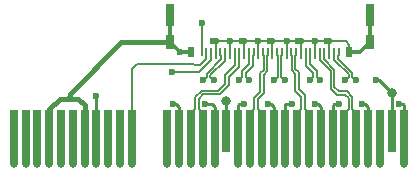
<source format=gbr>
%TF.GenerationSoftware,KiCad,Pcbnew,4.0.7*%
%TF.CreationDate,2018-05-24T10:46:57+03:00*%
%TF.ProjectId,x4,78342E6B696361645F70636200000000,rev?*%
%TF.FileFunction,Copper,L1,Top,Signal*%
%FSLAX46Y46*%
G04 Gerber Fmt 4.6, Leading zero omitted, Abs format (unit mm)*
G04 Created by KiCad (PCBNEW 4.0.7) date 05/24/18 10:46:57*
%MOMM*%
%LPD*%
G01*
G04 APERTURE LIST*
%ADD10C,0.100000*%
%ADD11C,0.800000*%
%ADD12C,0.650000*%
%ADD13R,0.650000X4.600000*%
%ADD14R,0.650000X3.600000*%
%ADD15C,0.600000*%
%ADD16R,0.550000X0.900000*%
%ADD17R,0.200000X0.800000*%
%ADD18R,0.550000X0.550000*%
%ADD19R,0.200000X1.000000*%
%ADD20R,0.710000X1.300000*%
%ADD21R,0.710000X1.850000*%
%ADD22C,0.250000*%
%ADD23C,0.152000*%
%ADD24C,0.200000*%
%ADD25C,0.300000*%
%ADD26C,0.400000*%
G04 APERTURE END LIST*
D10*
D11*
X153330000Y-121460000D03*
D12*
X154330000Y-126770000D03*
D13*
X135330000Y-124470000D03*
X136330000Y-124470000D03*
X137330000Y-124470000D03*
X138330000Y-124470000D03*
X139330000Y-124470000D03*
X140330000Y-124470000D03*
X141330000Y-124470000D03*
X142330000Y-124470000D03*
X143330000Y-124470000D03*
X144330000Y-124470000D03*
X145330000Y-124470000D03*
X150330000Y-124470000D03*
X151330000Y-124470000D03*
X152330000Y-124470000D03*
D14*
X153330000Y-123970000D03*
D13*
X154330000Y-124470000D03*
X148330000Y-124470000D03*
X149330000Y-124470000D03*
D12*
X137330000Y-126770000D03*
X138330000Y-126770000D03*
X139330000Y-126770000D03*
X140330000Y-126770000D03*
X141330000Y-126770000D03*
X142330000Y-126770000D03*
X143330000Y-126770000D03*
X144330000Y-126770000D03*
X145330000Y-126770000D03*
X135330000Y-126770000D03*
X148330000Y-126770000D03*
X149330000Y-126770000D03*
X150330000Y-126770000D03*
X151330000Y-126770000D03*
X152330000Y-126770000D03*
X136330000Y-126770000D03*
D13*
X155330000Y-124470000D03*
X156330000Y-124470000D03*
X157330000Y-124470000D03*
X158330000Y-124470000D03*
X159330000Y-124470000D03*
X160330000Y-124470000D03*
X161330000Y-124470000D03*
X162330000Y-124470000D03*
X163330000Y-124470000D03*
X164330000Y-124470000D03*
X165330000Y-124470000D03*
X166330000Y-124470000D03*
D14*
X167330000Y-123970000D03*
D13*
X168330000Y-124470000D03*
D12*
X155330000Y-126770000D03*
X156330000Y-126770000D03*
X157330000Y-126770000D03*
X158330000Y-126770000D03*
X159330000Y-126770000D03*
X160330000Y-126770000D03*
X161330000Y-126770000D03*
X162330000Y-126770000D03*
X163330000Y-126770000D03*
X164330000Y-126770000D03*
X165330000Y-126770000D03*
X166330000Y-126770000D03*
X168330000Y-126770000D03*
D15*
X152280000Y-119680000D03*
X151380000Y-119680000D03*
X155280000Y-119680000D03*
X154380000Y-119680000D03*
X158280000Y-119680000D03*
X157380000Y-119680000D03*
X161280000Y-119680000D03*
X160380000Y-119680000D03*
X164280000Y-119680000D03*
X163380000Y-119680000D03*
D11*
X167330000Y-120730000D03*
D16*
X150330000Y-117320000D03*
D17*
X151630000Y-117270000D03*
D18*
X152230000Y-116345000D03*
D19*
X152430000Y-117370000D03*
D17*
X152830000Y-117270000D03*
X153230000Y-117270000D03*
D19*
X153630000Y-117370000D03*
D17*
X154030000Y-117270000D03*
X154430000Y-117270000D03*
D19*
X154830000Y-117370000D03*
D17*
X155230000Y-117270000D03*
X155630000Y-117270000D03*
D19*
X156030000Y-117370000D03*
D17*
X156430000Y-117270000D03*
X156830000Y-117270000D03*
D19*
X157230000Y-117370000D03*
D17*
X157630000Y-117270000D03*
X158030000Y-117270000D03*
D19*
X158430000Y-117370000D03*
D17*
X158830000Y-117270000D03*
X159230000Y-117270000D03*
D19*
X159630000Y-117370000D03*
D17*
X160030000Y-117270000D03*
X160430000Y-117270000D03*
D19*
X160830000Y-117370000D03*
D17*
X161230000Y-117270000D03*
X161630000Y-117270000D03*
D19*
X162030000Y-117370000D03*
D17*
X162430000Y-117270000D03*
X162830000Y-117270000D03*
X151230000Y-117270000D03*
D16*
X163730000Y-117320000D03*
D17*
X152030000Y-117270000D03*
D18*
X154630000Y-116345000D03*
X157030000Y-116345000D03*
X159430000Y-116345000D03*
X161830000Y-116345000D03*
D20*
X148590000Y-116470000D03*
D21*
X148590000Y-114150000D03*
D20*
X165470000Y-116470000D03*
D21*
X165470000Y-114150000D03*
D15*
X165970000Y-119680000D03*
X148710000Y-118970000D03*
X151240000Y-114830000D03*
X142330000Y-121000000D03*
X149440000Y-117320000D03*
X152430000Y-116370000D03*
X162030000Y-116370000D03*
X160830000Y-116370000D03*
X159630000Y-116370000D03*
X158430000Y-116370000D03*
X157230000Y-116370000D03*
X156030000Y-116370000D03*
X154830000Y-116370000D03*
X153630000Y-116370000D03*
X140070000Y-121240000D03*
X167955000Y-121672506D03*
X148850000Y-121670000D03*
X151558000Y-121669998D03*
X154850000Y-121670000D03*
X156850000Y-121670000D03*
X158860000Y-121670000D03*
X160850000Y-121670000D03*
X162860000Y-121670000D03*
X164845226Y-121664774D03*
D22*
X165970000Y-119680000D02*
X166280000Y-119680000D01*
X166280000Y-119680000D02*
X167330000Y-120730000D01*
X153330000Y-123970000D02*
X153330000Y-121460000D01*
X167330000Y-123970000D02*
X167330000Y-121920000D01*
X167330000Y-121920000D02*
X167330000Y-120730000D01*
D23*
X153230000Y-117270000D02*
X153230000Y-117570000D01*
X153182000Y-118036720D02*
X151981999Y-119236721D01*
X153230000Y-117570000D02*
X153182000Y-117618000D01*
X153182000Y-117618000D02*
X153182000Y-118036720D01*
X151981999Y-119381999D02*
X152280000Y-119680000D01*
X151981999Y-119236721D02*
X151981999Y-119381999D01*
X152830000Y-117270000D02*
X152830000Y-117570000D01*
X152830000Y-117570000D02*
X152878000Y-117618000D01*
X152878000Y-117618000D02*
X152878000Y-117910800D01*
X152878000Y-117910800D02*
X151678001Y-119110799D01*
X151678001Y-119110799D02*
X151678001Y-119381999D01*
X151678001Y-119381999D02*
X151380000Y-119680000D01*
X155630000Y-117270000D02*
X155630000Y-117570000D01*
X155630000Y-117570000D02*
X155582000Y-117618000D01*
X154981999Y-119078068D02*
X154981999Y-119381999D01*
X155582000Y-117618000D02*
X155582000Y-118478067D01*
X155582000Y-118478067D02*
X154981999Y-119078068D01*
X154981999Y-119381999D02*
X155280000Y-119680000D01*
X155230000Y-117570000D02*
X155278000Y-117618000D01*
X155230000Y-117270000D02*
X155230000Y-117570000D01*
X155278000Y-117618000D02*
X155278000Y-118316727D01*
X155278000Y-118316727D02*
X154678001Y-118916726D01*
X154678001Y-118916726D02*
X154678001Y-119381999D01*
X154678001Y-119381999D02*
X154380000Y-119680000D01*
X158030000Y-117270000D02*
X158030000Y-117570000D01*
X158030000Y-117570000D02*
X157982000Y-117618000D01*
X157982000Y-117618000D02*
X157981999Y-119381999D01*
X157981999Y-119381999D02*
X158280000Y-119680000D01*
X157630000Y-117270000D02*
X157630000Y-117570000D01*
X157630000Y-117570000D02*
X157678000Y-117618000D01*
X157678000Y-117618000D02*
X157678001Y-119381999D01*
X157678001Y-119381999D02*
X157380000Y-119680000D01*
D24*
X150519990Y-118279990D02*
X145750010Y-118279990D01*
X150519990Y-118279990D02*
X150640000Y-118400000D01*
D23*
X151096803Y-118400000D02*
X150640000Y-118400000D01*
X151216812Y-118279991D02*
X151096803Y-118400000D01*
X151216812Y-118279990D02*
X151216812Y-118279991D01*
X151630000Y-117270000D02*
X151630000Y-117866802D01*
X151630000Y-117866802D02*
X151216812Y-118279990D01*
D24*
X145750010Y-118279990D02*
X145330000Y-118700000D01*
X145330000Y-118700000D02*
X145330000Y-121970000D01*
X145330000Y-121970000D02*
X145330000Y-124470000D01*
D23*
X151227040Y-120558000D02*
X150678000Y-121107040D01*
X150678000Y-121107040D02*
X150678000Y-122147000D01*
X152647040Y-120558000D02*
X151227040Y-120558000D01*
X153248000Y-119957040D02*
X152647040Y-120558000D01*
X153248000Y-119237040D02*
X153248000Y-119957040D01*
X154030000Y-117270000D02*
X154030000Y-117570000D01*
X154030000Y-117570000D02*
X154078000Y-117618000D01*
X154078000Y-117618000D02*
X154078000Y-118407040D01*
X154078000Y-118407040D02*
X153248000Y-119237040D01*
X150330000Y-122495000D02*
X150678000Y-122147000D01*
X150330000Y-124470000D02*
X150330000Y-122495000D01*
X151352960Y-120862000D02*
X150982000Y-121232960D01*
X150982000Y-121232960D02*
X150982000Y-122147000D01*
X152772960Y-120862000D02*
X151352960Y-120862000D01*
X153552000Y-120082960D02*
X152772960Y-120862000D01*
X153552000Y-119362960D02*
X153552000Y-120082960D01*
X154382000Y-117618000D02*
X154382000Y-118532960D01*
X154430000Y-117270000D02*
X154430000Y-117570000D01*
X154430000Y-117570000D02*
X154382000Y-117618000D01*
X154382000Y-118532960D02*
X153552000Y-119362960D01*
X151330000Y-122495000D02*
X150982000Y-122147000D01*
X151330000Y-124470000D02*
X151330000Y-122495000D01*
X152030000Y-117270000D02*
X152030000Y-117964619D01*
X152030000Y-117964619D02*
X151024619Y-118970000D01*
X151024619Y-118970000D02*
X148710000Y-118970000D01*
X156198000Y-119078912D02*
X156198000Y-120647040D01*
X156198000Y-120647040D02*
X155678000Y-121167040D01*
X156430000Y-117270000D02*
X156430000Y-117570000D01*
X156430000Y-117570000D02*
X156478000Y-117618000D01*
X156478000Y-117618000D02*
X156478000Y-118798912D01*
X156478000Y-118798912D02*
X156198000Y-119078912D01*
X155330000Y-124470000D02*
X155330000Y-122495000D01*
X155330000Y-122495000D02*
X155678000Y-122147000D01*
X155678000Y-122147000D02*
X155678000Y-121167040D01*
X156502000Y-119204832D02*
X156502000Y-120772960D01*
X156502000Y-120772960D02*
X155982000Y-121292960D01*
X156830000Y-117270000D02*
X156830000Y-117570000D01*
X156830000Y-117570000D02*
X156782000Y-117618000D01*
X156782000Y-117618000D02*
X156782000Y-118924832D01*
X156782000Y-118924832D02*
X156502000Y-119204832D01*
X155982000Y-122147000D02*
X155982000Y-121292960D01*
X156330000Y-124470000D02*
X156330000Y-122495000D01*
X156330000Y-122495000D02*
X155982000Y-122147000D01*
X158878000Y-117618000D02*
X158878000Y-118842960D01*
X158830000Y-117270000D02*
X158830000Y-117570000D01*
X158830000Y-117570000D02*
X158878000Y-117618000D01*
X158878000Y-118842960D02*
X159178000Y-119142960D01*
X159678000Y-122147000D02*
X159330000Y-122495000D01*
X159178000Y-119142960D02*
X159178000Y-120582960D01*
X159178000Y-120582960D02*
X159678000Y-121082960D01*
X159330000Y-122495000D02*
X159330000Y-124470000D01*
X159678000Y-121082960D02*
X159678000Y-122147000D01*
X159482000Y-119017040D02*
X159482000Y-120457040D01*
X159482000Y-120457040D02*
X159982000Y-120957040D01*
X159982000Y-122147000D02*
X160330000Y-122495000D01*
X160330000Y-122495000D02*
X160330000Y-124470000D01*
X159230000Y-117270000D02*
X159230000Y-117570000D01*
X159982000Y-120957040D02*
X159982000Y-122147000D01*
X159230000Y-117570000D02*
X159182000Y-117618000D01*
X159182000Y-117618000D02*
X159182000Y-118717040D01*
X159182000Y-118717040D02*
X159482000Y-119017040D01*
X161278000Y-117992960D02*
X162178000Y-118892960D01*
X162178000Y-118892960D02*
X162178000Y-120392960D01*
X161230000Y-117270000D02*
X161230000Y-117570000D01*
X161230000Y-117570000D02*
X161278000Y-117618000D01*
X161278000Y-117618000D02*
X161278000Y-117992960D01*
X163407040Y-120922000D02*
X162707040Y-120922000D01*
X162707040Y-120922000D02*
X162178000Y-120392960D01*
X163678000Y-121192960D02*
X163407040Y-120922000D01*
X163678000Y-122147000D02*
X163678000Y-121192960D01*
X163678000Y-122147000D02*
X163330000Y-122495000D01*
X163330000Y-122495000D02*
X163330000Y-124470000D01*
X161582000Y-117867040D02*
X162482000Y-118767040D01*
X162482000Y-118767040D02*
X162482000Y-120267040D01*
X161630000Y-117270000D02*
X161630000Y-117570000D01*
X161630000Y-117570000D02*
X161582000Y-117618000D01*
X161582000Y-117618000D02*
X161582000Y-117867040D01*
X163982000Y-122147000D02*
X164330000Y-122495000D01*
X164330000Y-122495000D02*
X164330000Y-124470000D01*
X163982000Y-122147000D02*
X163982000Y-121067040D01*
X163982000Y-121067040D02*
X163532960Y-120618000D01*
X163532960Y-120618000D02*
X162832960Y-120618000D01*
X162832960Y-120618000D02*
X162482000Y-120267040D01*
X160030000Y-117270000D02*
X160030000Y-117570000D01*
X160678001Y-119381999D02*
X160380000Y-119680000D01*
X160030000Y-117570000D02*
X160078000Y-117618000D01*
X160078000Y-117618000D02*
X160078000Y-118443628D01*
X160078000Y-118443628D02*
X160678001Y-119043629D01*
X160678001Y-119043629D02*
X160678001Y-119381999D01*
X160430000Y-117270000D02*
X160430000Y-117570000D01*
X160382000Y-117618000D02*
X160382000Y-118282288D01*
X160981999Y-119381999D02*
X161280000Y-119680000D01*
X160430000Y-117570000D02*
X160382000Y-117618000D01*
X160382000Y-118282288D02*
X160981999Y-118882287D01*
X160981999Y-118882287D02*
X160981999Y-119381999D01*
X162478000Y-117964962D02*
X163678001Y-119164963D01*
X163678001Y-119164963D02*
X163678001Y-119381999D01*
X162430000Y-117270000D02*
X162430000Y-117570000D01*
X162430000Y-117570000D02*
X162478000Y-117618000D01*
X162478000Y-117618000D02*
X162478000Y-117964962D01*
X163678001Y-119381999D02*
X163380000Y-119680000D01*
X162782000Y-117839042D02*
X163981999Y-119039041D01*
X163981999Y-119039041D02*
X163981999Y-119381999D01*
X162830000Y-117270000D02*
X162830000Y-117570000D01*
X162830000Y-117570000D02*
X162782000Y-117618000D01*
X162782000Y-117618000D02*
X162782000Y-117839042D01*
X163981999Y-119381999D02*
X164280000Y-119680000D01*
D22*
X142330000Y-124470000D02*
X142330000Y-121920000D01*
X142330000Y-121920000D02*
X142330000Y-121000000D01*
D24*
X151230000Y-116670000D02*
X151240000Y-116660000D01*
X151240000Y-116660000D02*
X151240000Y-114830000D01*
X151230000Y-117270000D02*
X151230000Y-116670000D01*
D25*
X148590000Y-116470000D02*
X149440000Y-117320000D01*
D22*
X151982266Y-121670000D02*
X152080000Y-121670000D01*
X152080000Y-121670000D02*
X152330000Y-121920000D01*
X151558000Y-121669998D02*
X151982264Y-121669998D01*
X151982264Y-121669998D02*
X151982266Y-121670000D01*
D24*
X163730000Y-117320000D02*
X163730000Y-116670000D01*
X163730000Y-116670000D02*
X163430000Y-116370000D01*
X162454264Y-116370000D02*
X162030000Y-116370000D01*
X163430000Y-116370000D02*
X162454264Y-116370000D01*
X160830000Y-116370000D02*
X162030000Y-116370000D01*
X159630000Y-116370000D02*
X160830000Y-116370000D01*
X158430000Y-116370000D02*
X159630000Y-116370000D01*
X157230000Y-116370000D02*
X158430000Y-116370000D01*
X156030000Y-116370000D02*
X157230000Y-116370000D01*
X154830000Y-116370000D02*
X156030000Y-116370000D01*
X153630000Y-116370000D02*
X154830000Y-116370000D01*
X152430000Y-116370000D02*
X153630000Y-116370000D01*
X152430000Y-117270000D02*
X152430000Y-116370000D01*
X162030000Y-117270000D02*
X162030000Y-116370000D01*
X160830000Y-117270000D02*
X160830000Y-116370000D01*
X159630000Y-117270000D02*
X159630000Y-116370000D01*
X158430000Y-117270000D02*
X158430000Y-116370000D01*
X157230000Y-117270000D02*
X157230000Y-116370000D01*
X156030000Y-117270000D02*
X156030000Y-116370000D01*
X154830000Y-117270000D02*
X154830000Y-116370000D01*
X153630000Y-117270000D02*
X153630000Y-116370000D01*
D25*
X165470000Y-114150000D02*
X165470000Y-116470000D01*
X163730000Y-117320000D02*
X164620000Y-117320000D01*
X164620000Y-117320000D02*
X165470000Y-116470000D01*
X149440000Y-117320000D02*
X150330000Y-117320000D01*
X148590000Y-114150000D02*
X148590000Y-116470000D01*
D26*
X140070000Y-121240000D02*
X140070000Y-120815736D01*
X140070000Y-120815736D02*
X144415736Y-116470000D01*
X144415736Y-116470000D02*
X147835000Y-116470000D01*
X147835000Y-116470000D02*
X148590000Y-116470000D01*
X139214998Y-121240000D02*
X140070000Y-121240000D01*
X140070000Y-121240000D02*
X140800000Y-121240000D01*
X140800000Y-121240000D02*
X141330000Y-121770000D01*
X141330000Y-121770000D02*
X141330000Y-124470000D01*
X138330000Y-124470000D02*
X138330000Y-122124998D01*
X138330000Y-122124998D02*
X139214998Y-121240000D01*
D22*
X168242506Y-121672506D02*
X168330000Y-121760000D01*
X168330000Y-121760000D02*
X168330000Y-121920000D01*
X167955000Y-121672506D02*
X168242506Y-121672506D01*
X149330000Y-124470000D02*
X149330000Y-121920000D01*
X149330000Y-121920000D02*
X149080000Y-121670000D01*
X149080000Y-121670000D02*
X148850000Y-121670000D01*
X152330000Y-124470000D02*
X152330000Y-121920000D01*
X154330000Y-124470000D02*
X154330000Y-121765736D01*
X154330000Y-121765736D02*
X154425736Y-121670000D01*
X154425736Y-121670000D02*
X154850000Y-121670000D01*
X157330000Y-124470000D02*
X157330000Y-121920000D01*
X157330000Y-121920000D02*
X157080000Y-121670000D01*
X157080000Y-121670000D02*
X156850000Y-121670000D01*
X158330000Y-121710000D02*
X158370000Y-121670000D01*
X158370000Y-121670000D02*
X158860000Y-121670000D01*
X158330000Y-124470000D02*
X158330000Y-121710000D01*
X165330000Y-124470000D02*
X165330000Y-121920000D01*
X165330000Y-121920000D02*
X165074774Y-121664774D01*
X165074774Y-121664774D02*
X164845226Y-121664774D01*
X161330000Y-124470000D02*
X161330000Y-121920000D01*
X161330000Y-121920000D02*
X161080000Y-121670000D01*
X161080000Y-121670000D02*
X160850000Y-121670000D01*
X162330000Y-124470000D02*
X162330000Y-121775736D01*
X162330000Y-121775736D02*
X162435736Y-121670000D01*
X162435736Y-121670000D02*
X162860000Y-121670000D01*
X168330000Y-124470000D02*
X168330000Y-121920000D01*
M02*

</source>
